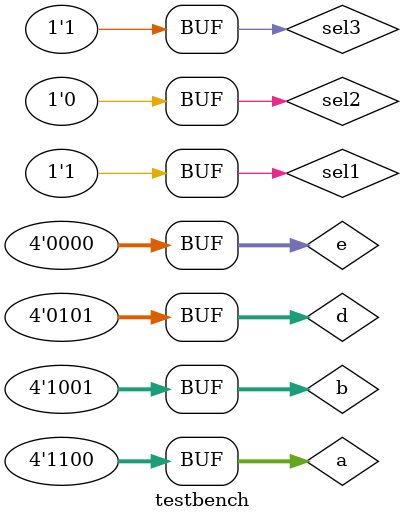
<source format=v>
`timescale 1ns/1ns

module testbench;
reg	[3:0] a,b,d,e;
reg	      sel1,sel2,sel3;
wire 	[3:0] c,f;

nestedmux EX105_instance(
	.a(a),
	.b(b),
	.c(c),
	.d(d),
	.e(e),
	.f(f),
	.sel1(sel1),
	.sel2(sel2),
	.sel3(sel3)
	);

initial
begin
 a 	  = 'b0000;
 b 	  = 'b0000;
 e 	  = 'b0000;
 d 	  = 'b0000;
 sel1 = 'b0;
 sel2 = 'b0;
 sel3 = 'b0;
 
 #20;  // sel1:sel2:sel3=0:0:1 c=f=d,
 sel3 = 'b1;
 d	  = 'b0101;
 
 #10;  // sel1:sel2:sel3=1:0:1 c=a,f=b;
 sel1 = 'b1;
 a	  = 'b1100;
 b	  = 'b1001;
  
 
end

endmodule

</source>
